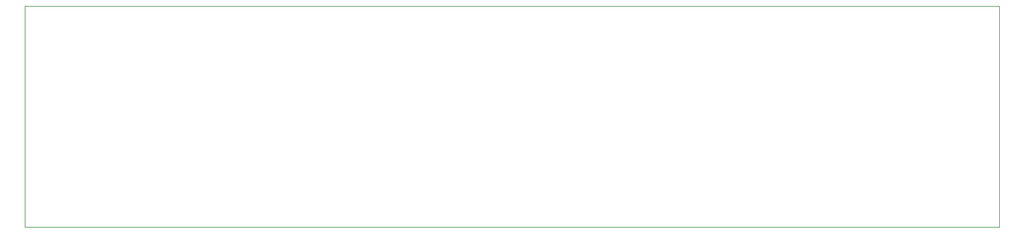
<source format=gm1>
G04 #@! TF.GenerationSoftware,KiCad,Pcbnew,8.0.6*
G04 #@! TF.CreationDate,2024-12-27T11:38:37-05:00*
G04 #@! TF.ProjectId,sdl_breakout,73646c5f-6272-4656-916b-6f75742e6b69,rev?*
G04 #@! TF.SameCoordinates,Original*
G04 #@! TF.FileFunction,Profile,NP*
%FSLAX46Y46*%
G04 Gerber Fmt 4.6, Leading zero omitted, Abs format (unit mm)*
G04 Created by KiCad (PCBNEW 8.0.6) date 2024-12-27 11:38:37*
%MOMM*%
%LPD*%
G01*
G04 APERTURE LIST*
G04 #@! TA.AperFunction,Profile*
%ADD10C,0.100000*%
G04 #@! TD*
G04 APERTURE END LIST*
D10*
X131250000Y-107500000D02*
X267750000Y-107500000D01*
X267750000Y-138500000D01*
X131250000Y-138500000D01*
X131250000Y-107500000D01*
M02*

</source>
